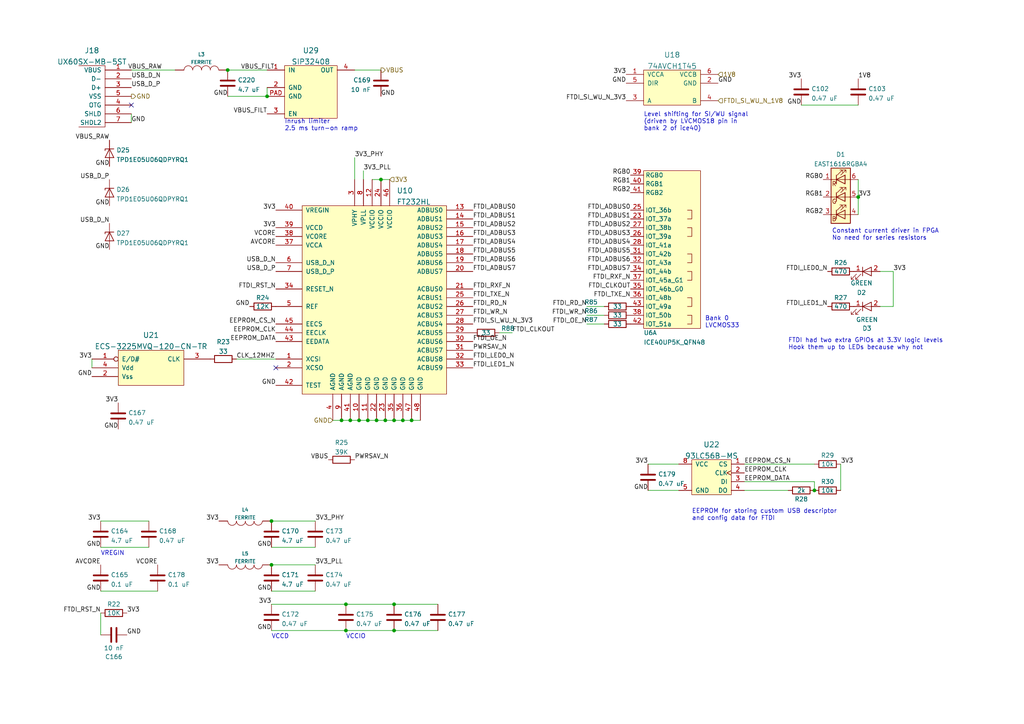
<source format=kicad_sch>
(kicad_sch (version 20211123) (generator eeschema)
  (paper "A4")
  (title_block (title "Digitizer board") (date "2023-01-31") (rev "0.1") (company "A. Zonenberg"))
  (lib_symbols
    (symbol "device:C" (pin_numbers hide) (pin_names (offset 0.254))
      (property "Reference" "C" (at 0.635 2.54 0))
      (property "Value" "C" (at 0.635 -2.54 0))
      (symbol "C_0_1"
        (polyline (pts (xy -2.032 -0.762) (xy 2.032 -0.762)) (stroke (width 0.508)))
        (polyline (pts (xy -2.032 0.762) (xy 2.032 0.762)) (stroke (width 0.508)))
      )
      (symbol "C_1_1"
        (pin passive line (at 0 3.81 270) (length 2.794) (name "~") (number "1"))
        (pin passive line (at 0 -3.81 90) (length 2.794) (name "~") (number "2"))
      )
    )
    (symbol "device:D_Zener" (pin_numbers hide) (pin_names (offset 1.016) hide)
      (property "Reference" "D" (at 0 2.54 0))
      (property "Value" "D_Zener" (at 0 -2.54 0))
      (symbol "D_Zener_0_1"
        (polyline (pts (xy 1.27 0) (xy -1.27 0)))
        (polyline (pts (xy -1.27 -1.27) (xy -1.27 1.27) (xy -0.762 1.27)) (stroke (width 0.2032)))
        (polyline (pts (xy 1.27 -1.27) (xy 1.27 1.27) (xy -1.27 0) (xy 1.27 -1.27)) (stroke (width 0.2032)))
      )
      (symbol "D_Zener_1_1"
        (pin passive line (at -3.81 0 0) (length 2.54) (name "K") (number "1"))
        (pin passive line (at 3.81 0 180) (length 2.54) (name "A") (number "2"))
      )
    )
    (symbol "device:LED" (pin_names (offset 1.016) hide)
      (property "Reference" "D" (at 0 2.54 0))
      (property "Value" "LED" (at 0 -2.54 0))
      (symbol "LED_0_1"
        (polyline (pts (xy -1.27 -1.27) (xy -1.27 1.27)) (stroke (width 0.2032)))
        (polyline (pts (xy -1.27 0) (xy 1.27 0)))
        (polyline (pts (xy 1.27 -1.27) (xy 1.27 1.27) (xy -1.27 0) (xy 1.27 -1.27)) (stroke (width 0.2032)))
        (polyline (pts (xy -3.048 -0.762) (xy -4.572 -2.286) (xy -3.81 -2.286) (xy -4.572 -2.286) (xy -4.572 -1.524)))
        (polyline (pts (xy -1.778 -0.762) (xy -3.302 -2.286) (xy -2.54 -2.286) (xy -3.302 -2.286) (xy -3.302 -1.524)))
      )
      (symbol "LED_1_1"
        (pin passive line (at -3.81 0 0) (length 2.54) (name "K") (number "1"))
        (pin passive line (at 3.81 0 180) (length 2.54) (name "A") (number "2"))
      )
    )
    (symbol "device:LED_RGB" (pin_names (offset 0) hide)
      (property "Reference" "D" (at 0 9.398 0))
      (property "Value" "LED_RGB" (at 0 -8.89 0))
      (symbol "LED_RGB_0_0"
        (text "B" (at -1.905 -6.35 0) (effects (font (size 1.27 1.27))))
        (text "G" (at -1.905 -1.27 0) (effects (font (size 1.27 1.27))))
        (text "R" (at -1.905 3.81 0) (effects (font (size 1.27 1.27))))
      )
      (symbol "LED_RGB_0_1"
        (polyline (pts (xy -1.27 -5.08) (xy -2.54 -5.08)))
        (polyline (pts (xy -1.27 -5.08) (xy 1.27 -5.08)))
        (polyline (pts (xy -1.27 -3.81) (xy -1.27 -6.35)))
        (polyline (pts (xy -1.27 -3.81) (xy -1.27 -6.35)) (stroke (width 0.2032)))
        (polyline (pts (xy -1.27 0) (xy -2.54 0)))
        (polyline (pts (xy -1.27 1.27) (xy -1.27 -1.27)) (stroke (width 0.2032)))
        (polyline (pts (xy -1.27 5.08) (xy -2.54 5.08)))
        (polyline (pts (xy -1.27 5.08) (xy 1.27 5.08)))
        (polyline (pts (xy -1.27 6.35) (xy -1.27 3.81)) (stroke (width 0.2032)))
        (polyline (pts (xy 1.27 -5.08) (xy 2.54 -5.08)))
        (polyline (pts (xy 1.27 0) (xy -1.27 0)))
        (polyline (pts (xy 1.27 0) (xy 2.54 0)))
        (polyline (pts (xy 1.27 5.08) (xy 2.54 5.08)))
        (polyline (pts (xy -1.27 1.27) (xy -1.27 -1.27) (xy -1.27 -1.27)))
        (polyline (pts (xy -1.27 6.35) (xy -1.27 3.81) (xy -1.27 3.81)))
        (polyline (pts (xy 1.27 -3.81) (xy 1.27 -6.35) (xy -1.27 -5.08) (xy 1.27 -3.81)) (stroke (width 0.2032)))
        (polyline (pts (xy 1.27 1.27) (xy 1.27 -1.27) (xy -1.27 0) (xy 1.27 1.27)) (stroke (width 0.2032)))
        (polyline (pts (xy 1.27 6.35) (xy 1.27 3.81) (xy -1.27 5.08) (xy 1.27 6.35)) (stroke (width 0.2032)))
        (polyline (pts (xy -1.016 -3.81) (xy 0.508 -2.286) (xy -0.254 -2.286) (xy 0.508 -2.286) (xy 0.508 -3.048)))
        (polyline (pts (xy -1.016 1.27) (xy 0.508 2.794) (xy -0.254 2.794) (xy 0.508 2.794) (xy 0.508 2.032)))
        (polyline (pts (xy -1.016 6.35) (xy 0.508 7.874) (xy -0.254 7.874) (xy 0.508 7.874) (xy 0.508 7.112)))
        (polyline (pts (xy 0 -3.81) (xy 1.524 -2.286) (xy 0.762 -2.286) (xy 1.524 -2.286) (xy 1.524 -3.048)))
        (polyline (pts (xy 0 1.27) (xy 1.524 2.794) (xy 0.762 2.794) (xy 1.524 2.794) (xy 1.524 2.032)))
        (polyline (pts (xy 0 6.35) (xy 1.524 7.874) (xy 0.762 7.874) (xy 1.524 7.874) (xy 1.524 7.112)))
        (rectangle (start 1.27 -1.27) (end 1.27 1.27))
        (rectangle (start 1.27 1.27) (end 1.27 1.27))
        (rectangle (start 1.27 3.81) (end 1.27 6.35))
        (rectangle (start 1.27 6.35) (end 1.27 6.35))
        (rectangle (start 2.794 8.382) (end -2.794 -7.62) (stroke (width 0.254)) (fill (type background)))
      )
      (symbol "LED_RGB_1_1"
        (pin passive line (at -5.08 5.08 0) (length 2.54) (name "RK") (number "1"))
        (pin passive line (at -5.08 0 0) (length 2.54) (name "GK") (number "2"))
        (pin passive line (at -5.08 -5.08 0) (length 2.54) (name "BK") (number "3"))
        (pin passive line (at 5.08 -5.08 180) (length 2.54) (name "BA") (number "4"))
        (pin passive line (at 5.08 0 180) (length 2.54) (name "GA") (number "5"))
        (pin passive line (at 5.08 5.08 180) (length 2.54) (name "RA") (number "6"))
      )
    )
    (symbol "device:R" (pin_numbers hide) (pin_names (offset 0))
      (property "Reference" "R" (at 2.032 0 90))
      (property "Value" "R" (at 0 0 90))
      (symbol "R_0_1"
        (rectangle (start -1.016 -2.54) (end 1.016 2.54) (stroke (width 0.254)))
      )
      (symbol "R_1_1"
        (pin passive line (at 0 3.81 270) (length 1.27) (name "~") (number "1"))
        (pin passive line (at 0 -3.81 90) (length 1.27) (name "~") (number "2"))
      )
    )
    (symbol "hirose-azonenberg:HIROSE_UX60SX-MB-5ST_(MINI_USB)" (pin_names (offset 1.016))
      (property "Reference" "J" (at 12.7 25.4 0))
      (property "Value" "HIROSE_UX60SX-MB-5ST_(MINI_USB)" (at 12.7 3.81 0))
      (symbol "HIROSE_UX60SX-MB-5ST_(MINI_USB)_0_1"
        (polyline (pts (xy 16.51 22.86) (xy 8.89 22.86) (xy 8.89 5.08) (xy 16.51 5.08)))
      )
      (symbol "HIROSE_UX60SX-MB-5ST_(MINI_USB)_1_1"
        (pin power_out line (at 1.27 21.59 0) (length 7.62) (name "VBUS") (number "1"))
        (pin bidirectional line (at 1.27 19.05 0) (length 7.62) (name "D-") (number "2"))
        (pin bidirectional line (at 1.27 16.51 0) (length 7.62) (name "D+") (number "3"))
        (pin bidirectional line (at 1.27 11.43 0) (length 7.62) (name "OTG") (number "4"))
        (pin power_out line (at 1.27 13.97 0) (length 7.62) (name "VSS") (number "5"))
        (pin passive line (at 1.27 8.89 0) (length 7.62) (name "SHLD") (number "6"))
        (pin passive line (at 1.27 6.35 0) (length 7.62) (name "SHDL2") (number "7"))
      )
    )
    (symbol "lattice-azonenberg:ICE40UP5K_QFN48"
      (property "Reference" "U" (at 1.27 -1.27 0))
      (property "Value" "ICE40UP5K_QFN48" (at 8.89 -3.81 0))
      (symbol "ICE40UP5K_QFN48_1_0"
        (polyline (pts (xy 12.7 3.81) (xy 13.97 3.81) (xy 13.97 1.27) (xy 12.7 1.27)) (stroke (width 0.1524)))
        (polyline (pts (xy 12.7 8.89) (xy 13.97 8.89) (xy 13.97 6.35) (xy 12.7 6.35)) (stroke (width 0.1524)))
        (polyline (pts (xy 12.7 16.51) (xy 13.97 16.51) (xy 13.97 13.97) (xy 12.7 13.97)) (stroke (width 0.1524)))
        (polyline (pts (xy 12.7 19.05) (xy 13.97 19.05) (xy 13.97 21.59) (xy 12.7 21.59)) (stroke (width 0.1524)))
        (polyline (pts (xy 12.7 29.21) (xy 13.97 29.21) (xy 13.97 26.67) (xy 12.7 26.67)) (stroke (width 0.1524)))
        (polyline (pts (xy 12.7 34.29) (xy 13.97 34.29) (xy 13.97 31.75) (xy 12.7 31.75)) (stroke (width 0.1524)))
        (rectangle (start 0 45.72) (end 16.51 0) (stroke (width 0.1524)) (fill (type background)))
      )
      (symbol "ICE40UP5K_QFN48_1_1"
        (pin bidirectional line (at -3.81 31.75 0) (length 3.81) (name "IOT_37a") (number "23"))
        (pin bidirectional line (at -3.81 34.29 0) (length 3.81) (name "IOT_36b") (number "25"))
        (pin bidirectional line (at -3.81 26.67 0) (length 3.81) (name "IOT_39a") (number "26"))
        (pin bidirectional line (at -3.81 29.21 0) (length 3.81) (name "IOT_38b") (number "27"))
        (pin bidirectional line (at -3.81 24.13 0) (length 3.81) (name "IOT_41a") (number "28"))
        (pin bidirectional line (at -3.81 21.59 0) (length 3.81) (name "IOT_42b") (number "31"))
        (pin bidirectional line (at -3.81 19.05 0) (length 3.81) (name "IOT_43a") (number "32"))
        (pin bidirectional line (at -3.81 16.51 0) (length 3.81) (name "IOT_44b") (number "34"))
        (pin bidirectional line (at -3.81 11.43 0) (length 3.81) (name "IOT_46b_G0") (number "35"))
        (pin bidirectional line (at -3.81 8.89 0) (length 3.81) (name "IOT_48b") (number "36"))
        (pin bidirectional line (at -3.81 13.97 0) (length 3.81) (name "IOT_45a_G1") (number "37"))
        (pin bidirectional line (at -3.81 3.81 0) (length 3.81) (name "IOT_50b") (number "38"))
        (pin output line (at -3.81 44.45 0) (length 3.81) (name "RGB0") (number "39"))
        (pin output line (at -3.81 41.91 0) (length 3.81) (name "RGB1") (number "40"))
        (pin output line (at -3.81 39.37 0) (length 3.81) (name "RGB2") (number "41"))
        (pin bidirectional line (at -3.81 1.27 0) (length 3.81) (name "IOT_51a") (number "42"))
        (pin bidirectional line (at -3.81 6.35 0) (length 3.81) (name "IOT_49a") (number "43"))
      )
      (symbol "ICE40UP5K_QFN48_2_0"
        (polyline (pts (xy 12.7 8.89) (xy 13.97 8.89) (xy 13.97 6.35) (xy 12.7 6.35)) (stroke (width 0.1524)))
        (polyline (pts (xy 12.7 13.97) (xy 13.97 13.97) (xy 13.97 11.43) (xy 12.7 11.43)) (stroke (width 0.1524)))
        (rectangle (start 0 43.18) (end 19.05 0) (stroke (width 0.1524)) (fill (type background)))
      )
      (symbol "ICE40UP5K_QFN48_2_1"
        (pin bidirectional line (at -3.81 19.05 0) (length 3.81) (name "IOB_18a") (number "10"))
        (pin bidirectional line (at -3.81 16.51 0) (length 3.81) (name "IOB_20a") (number "11"))
        (pin bidirectional line (at -3.81 13.97 0) (length 3.81) (name "IOB_22a") (number "12"))
        (pin bidirectional line (at -3.81 8.89 0) (length 3.81) (name "IOB_24a") (number "13"))
        (pin bidirectional line (at -3.81 36.83 0) (length 3.81) (name "IOB_32a_SPI_SO") (number "14"))
        (pin bidirectional line (at -3.81 31.75 0) (length 3.81) (name "IOB_34a_SPI_SCK") (number "15"))
        (pin bidirectional line (at -3.81 29.21 0) (length 3.81) (name "IOB_35b_SPI_SS") (number "16"))
        (pin bidirectional line (at -3.81 34.29 0) (length 3.81) (name "IOB_33b_SPI_SI") (number "17"))
        (pin bidirectional line (at -3.81 1.27 0) (length 3.81) (name "IOB_31b") (number "18"))
        (pin bidirectional line (at -3.81 3.81 0) (length 3.81) (name "IOB_29b") (number "19"))
        (pin bidirectional line (at -3.81 6.35 0) (length 3.81) (name "IOB_25b_G3") (number "20"))
        (pin bidirectional line (at -3.81 11.43 0) (length 3.81) (name "IOB_23b") (number "21"))
        (pin bidirectional line (at -3.81 24.13 0) (length 3.81) (name "IOB_13b") (number "6"))
        (pin output line (at -3.81 39.37 0) (length 3.81) (name "CDONE") (number "7"))
        (pin input line (at -3.81 41.91 0) (length 3.81) (name "CRESET_B") (number "8"))
        (pin bidirectional line (at -3.81 21.59 0) (length 3.81) (name "IOB_16a") (number "9"))
      )
      (symbol "ICE40UP5K_QFN48_3_0"
        (polyline (pts (xy 11.43 3.81) (xy 12.7 3.81) (xy 12.7 1.27) (xy 11.43 1.27)) (stroke (width 0.1524)))
        (polyline (pts (xy 11.43 11.43) (xy 12.7 11.43) (xy 12.7 8.89) (xy 11.43 8.89)) (stroke (width 0.1524)))
        (polyline (pts (xy 11.43 16.51) (xy 12.7 16.51) (xy 12.7 13.97) (xy 11.43 13.97)) (stroke (width 0.1524)))
        (rectangle (start 0 20.32) (end 15.24 0) (stroke (width 0.1524)) (fill (type background)))
      )
      (symbol "ICE40UP5K_QFN48_3_1"
        (pin bidirectional line (at -3.81 6.35 0) (length 3.81) (name "IOB_6a") (number "2"))
        (pin bidirectional line (at -3.81 1.27 0) (length 3.81) (name "IOB_9b") (number "3"))
        (pin bidirectional line (at -3.81 3.81 0) (length 3.81) (name "IOB_8a") (number "4"))
        (pin bidirectional line (at -3.81 13.97 0) (length 3.81) (name "IOB_3b_G6") (number "44"))
        (pin bidirectional line (at -3.81 8.89 0) (length 3.81) (name "IOB_5b") (number "45"))
        (pin bidirectional line (at -3.81 19.05 0) (length 3.81) (name "IOB_0a") (number "46"))
        (pin bidirectional line (at -3.81 16.51 0) (length 3.81) (name "IOB_2a") (number "47"))
        (pin bidirectional line (at -3.81 11.43 0) (length 3.81) (name "IOB_4a") (number "48"))
      )
      (symbol "ICE40UP5K_QFN48_4_0"
        (rectangle (start 0 20.32) (end 11.43 0) (stroke (width 0.1524)) (fill (type background)))
      )
      (symbol "ICE40UP5K_QFN48_4_1"
        (pin power_in line (at -3.81 8.89 0) (length 3.81) (name "VCCIO_2") (number "1"))
        (pin power_in line (at -3.81 11.43 0) (length 3.81) (name "VCCIO_1") (number "22"))
        (pin power_in line (at -3.81 6.35 0) (length 3.81) (name "VPP_2V5") (number "24"))
        (pin power_in line (at -3.81 3.81 0) (length 3.81) (name "VCCPLL") (number "29"))
        (pin power_in line (at -3.81 16.51 0) (length 3.81) (name "VCC") (number "30"))
        (pin power_in line (at -3.81 13.97 0) (length 3.81) (name "VCCIO_0") (number "33"))
        (pin power_in line (at -3.81 19.05 0) (length 3.81) (name "VCC") (number "5"))
        (pin power_in line (at -3.81 1.27 0) (length 3.81) (name "GND") (number "PAD"))
      )
    )
    (symbol "memory-azonenberg:93LC56B-MS" (pin_names (offset 1.016))
      (property "Reference" "U" (at 6.35 -1.27 0))
      (property "Value" "93LC56B-MS" (at 6.35 -3.81 0))
      (symbol "93LC56B-MS_0_1"
        (rectangle (start 0 10.16) (end 11.43 0) (fill (type background)))
      )
      (symbol "93LC56B-MS_1_1"
        (pin input line (at 15.24 8.89 180) (length 3.81) (name "CS") (number "1"))
        (pin input clock (at 15.24 6.35 180) (length 3.81) (name "CLK") (number "2"))
        (pin input line (at 15.24 3.81 180) (length 3.81) (name "DI") (number "3"))
        (pin output line (at 15.24 1.27 180) (length 3.81) (name "DO") (number "4"))
        (pin power_in line (at -3.81 1.27 0) (length 3.81) (name "GND") (number "5"))
        (pin power_in line (at -3.81 8.89 0) (length 3.81) (name "VCC") (number "8"))
      )
    )
    (symbol "osc-azonenberg:OSC" (pin_names (offset 1.016))
      (property "Reference" "U" (at 0 0 0))
      (property "Value" "OSC" (at 0 -2.54 0))
      (symbol "OSC_0_1"
        (rectangle (start -10.16 2.54) (end 8.89 -7.62) (fill (type background)))
      )
      (symbol "OSC_1_1"
        (pin input inverted (at -17.78 0 0) (length 7.62) (name "E/D#") (number "1"))
        (pin input line (at -17.78 -5.08 0) (length 7.62) (name "Vss") (number "2"))
        (pin output line (at 16.51 0 180) (length 7.62) (name "CLK") (number "3"))
        (pin power_in line (at -17.78 -2.54 0) (length 7.62) (name "Vdd") (number "4"))
      )
    )
    (symbol "passive-azonenberg:INDUCTOR_PWROUT" (pin_numbers hide) (pin_names (offset 1.016) hide)
      (property "Reference" "L" (at -1.27 0 90))
      (property "Value" "INDUCTOR_PWROUT" (at 2.54 0 90))
      (symbol "INDUCTOR_PWROUT_0_1"
        (arc (start 0.0254 -5.0546) (mid 1.245 -3.7973) (end 0.0254 -2.54))
        (arc (start 0.0254 -2.5146) (mid 1.2704 -1.2319) (end 0.0254 0.0508))
        (arc (start 0.0254 0.0254) (mid 1.2704 1.3081) (end 0.0254 2.5908))
        (arc (start 0.0254 2.5654) (mid 1.1942 3.7719) (end 0.0254 4.9784))
      )
      (symbol "INDUCTOR_PWROUT_1_1"
        (pin power_out line (at 0 7.62 270) (length 2.54) (name "1") (number "1"))
        (pin passive line (at 0 -7.62 90) (length 2.54) (name "2") (number "2"))
      )
    )
    (symbol "power-azonenberg:SIP32408" (pin_names (offset 1.016))
      (property "Reference" "U" (at 0 -1.27 0))
      (property "Value" "SIP32408" (at 0 -3.81 0))
      (symbol "SIP32408_0_1"
        (rectangle (start 0 15.24) (end 15.24 0) (fill (type background)))
      )
      (symbol "SIP32408_1_1"
        (pin power_in line (at -5.08 13.97 0) (length 5.08) (name "IN") (number "1"))
        (pin power_in line (at -5.08 8.89 0) (length 5.08) (name "GND") (number "2"))
        (pin input line (at -5.08 1.27 0) (length 5.08) (name "EN") (number "3"))
        (pin power_out line (at 20.32 13.97 180) (length 5.08) (name "OUT") (number "4"))
        (pin power_in line (at -5.08 6.35 0) (length 5.08) (name "GND") (number "PAD"))
      )
    )
    (symbol "special-azonenberg:74LVC1T45" (pin_names (offset 1.016))
      (property "Reference" "U" (at 0 -1.27 0))
      (property "Value" "74LVC1T45" (at 17.78 -1.27 0))
      (symbol "74LVC1T45_0_1"
        (rectangle (start 0 10.16) (end 16.51 0) (fill (type background)))
      )
      (symbol "74LVC1T45_1_1"
        (pin power_in line (at -5.08 8.89 0) (length 5.08) (name "VCCA") (number "1"))
        (pin power_in line (at 21.59 6.35 180) (length 5.08) (name "GND") (number "2"))
        (pin bidirectional line (at -5.08 1.27 0) (length 5.08) (name "A") (number "3"))
        (pin bidirectional line (at 21.59 1.27 180) (length 5.08) (name "B") (number "4"))
        (pin input line (at -5.08 6.35 0) (length 5.08) (name "DIR") (number "5"))
        (pin power_in line (at 21.59 8.89 180) (length 5.08) (name "VCCB") (number "6"))
      )
    )
    (symbol "special-azonenberg:FT232H" (pin_names (offset 1.016))
      (property "Reference" "U" (at -1.27 -1.27 0))
      (property "Value" "FT232H" (at -1.27 1.27 0))
      (symbol "FT232H_0_1"
        (rectangle (start -21.59 26.67) (end 20.32 -27.94) (fill (type background)))
      )
      (symbol "FT232H_1_1"
        (pin bidirectional line (at -29.21 -17.78 0) (length 7.62) (name "XCSI") (number "1"))
        (pin power_in line (at -5.08 -35.56 90) (length 7.62) (name "GND") (number "10"))
        (pin power_in line (at -2.54 -35.56 90) (length 7.62) (name "GND") (number "11"))
        (pin power_in line (at -1.27 34.29 270) (length 7.62) (name "VCCIO") (number "12"))
        (pin bidirectional line (at 27.94 25.4 180) (length 7.62) (name "ADBUS0") (number "13"))
        (pin bidirectional line (at 27.94 22.86 180) (length 7.62) (name "ADBUS1") (number "14"))
        (pin bidirectional line (at 27.94 20.32 180) (length 7.62) (name "ADBUS2") (number "15"))
        (pin bidirectional line (at 27.94 17.78 180) (length 7.62) (name "ADBUS3") (number "16"))
        (pin bidirectional line (at 27.94 15.24 180) (length 7.62) (name "ADBUS4") (number "17"))
        (pin bidirectional line (at 27.94 12.7 180) (length 7.62) (name "ADBUS5") (number "18"))
        (pin bidirectional line (at 27.94 10.16 180) (length 7.62) (name "ADBUS6") (number "19"))
        (pin bidirectional line (at -29.21 -20.32 0) (length 7.62) (name "XCSO") (number "2"))
        (pin bidirectional line (at 27.94 7.62 180) (length 7.62) (name "ADBUS7") (number "20"))
        (pin bidirectional line (at 27.94 2.54 180) (length 7.62) (name "ACBUS0") (number "21"))
        (pin power_in line (at 0 -35.56 90) (length 7.62) (name "GND") (number "22"))
        (pin power_in line (at 2.54 -35.56 90) (length 7.62) (name "GND") (number "23"))
        (pin power_in line (at 1.27 34.29 270) (length 7.62) (name "VCCIO") (number "24"))
        (pin bidirectional line (at 27.94 0 180) (length 7.62) (name "ACBUS1") (number "25"))
        (pin bidirectional line (at 27.94 -2.54 180) (length 7.62) (name "ACBUS2") (number "26"))
        (pin bidirectional line (at 27.94 -5.08 180) (length 7.62) (name "ACBUS3") (number "27"))
        (pin bidirectional line (at 27.94 -7.62 180) (length 7.62) (name "ACBUS4") (number "28"))
        (pin bidirectional line (at 27.94 -10.16 180) (length 7.62) (name "ACBUS5") (number "29"))
        (pin power_in line (at -6.35 34.29 270) (length 7.62) (name "VPHY") (number "3"))
        (pin bidirectional line (at 27.94 -12.7 180) (length 7.62) (name "ACBUS6") (number "30"))
        (pin bidirectional line (at 27.94 -15.24 180) (length 7.62) (name "ACBUS7") (number "31"))
        (pin bidirectional line (at 27.94 -17.78 180) (length 7.62) (name "ACBUS8") (number "32"))
        (pin bidirectional line (at 27.94 -20.32 180) (length 7.62) (name "ACBUS9") (number "33"))
        (pin input line (at -29.21 2.54 0) (length 7.62) (name "RESET_N") (number "34"))
        (pin power_in line (at 5.08 -35.56 90) (length 7.62) (name "GND") (number "35"))
        (pin power_in line (at 7.62 -35.56 90) (length 7.62) (name "GND") (number "36"))
        (pin power_out line (at -29.21 15.24 0) (length 7.62) (name "VCCA") (number "37"))
        (pin power_out line (at -29.21 17.78 0) (length 7.62) (name "VCORE") (number "38"))
        (pin passive line (at -29.21 20.32 0) (length 7.62) (name "VCCD") (number "39"))
        (pin power_in line (at -12.7 -35.56 90) (length 7.62) (name "AGND") (number "4"))
        (pin power_in line (at -29.21 25.4 0) (length 7.62) (name "VREGIN") (number "40"))
        (pin power_in line (at -7.62 -35.56 90) (length 7.62) (name "AGND") (number "41"))
        (pin input line (at -29.21 -25.4 0) (length 7.62) (name "TEST") (number "42"))
        (pin bidirectional line (at -29.21 -12.7 0) (length 7.62) (name "EEDATA") (number "43"))
        (pin output line (at -29.21 -10.16 0) (length 7.62) (name "EECLK") (number "44"))
        (pin output line (at -29.21 -7.62 0) (length 7.62) (name "EECS") (number "45"))
        (pin power_in line (at 3.81 34.29 270) (length 7.62) (name "VCCIO") (number "46"))
        (pin power_in line (at 10.16 -35.56 90) (length 7.62) (name "GND") (number "47"))
        (pin power_in line (at 12.7 -35.56 90) (length 7.62) (name "GND") (number "48"))
        (pin input line (at -29.21 -2.54 0) (length 7.62) (name "REF") (number "5"))
        (pin bidirectional line (at -29.21 10.16 0) (length 7.62) (name "USB_D_N") (number "6"))
        (pin bidirectional line (at -29.21 7.62 0) (length 7.62) (name "USB_D_P") (number "7"))
        (pin power_in line (at -3.81 34.29 270) (length 7.62) (name "VPLL") (number "8"))
        (pin power_in line (at -10.16 -35.56 90) (length 7.62) (name "AGND") (number "9"))
      )
    )
  )
  (junction (at 236.22 142.24))
  (junction (at 114.3 175.26))
  (junction (at 248.92 57.15))
  (junction (at 66.04 20.32))
  (junction (at 111.76 121.92))
  (junction (at 106.68 121.92))
  (junction (at 110.49 52.07))
  (junction (at 100.33 175.26))
  (junction (at 101.6 121.92))
  (junction (at 99.06 121.92))
  (junction (at 119.38 121.92))
  (junction (at 109.22 121.92))
  (junction (at 78.74 163.83))
  (junction (at 104.14 121.92))
  (junction (at 116.84 121.92))
  (junction (at 100.33 182.88))
  (junction (at 114.3 121.92))
  (junction (at 77.47 27.94))
  (junction (at 114.3 182.88))
  (junction (at 78.74 151.13))
  (no_connect (at 38.1 30.48))
  (no_connect (at 80.01 106.68))
  (wire (pts (xy 236.22 139.7) (xy 236.22 142.24)))
  (wire (pts (xy 144.78 96.52) (xy 148.59 96.52)))
  (wire (pts (xy 110.49 52.07) (xy 113.03 52.07)))
  (wire (pts (xy 102.87 45.72) (xy 102.87 52.07)))
  (wire (pts (xy 96.52 121.92) (xy 99.06 121.92)))
  (wire (pts (xy 243.84 134.62) (xy 243.84 142.24)))
  (wire (pts (xy 259.08 78.74) (xy 259.08 88.9)))
  (wire (pts (xy 116.84 121.92) (xy 119.38 121.92)))
  (wire (pts (xy 109.22 121.92) (xy 111.76 121.92)))
  (wire (pts (xy 105.41 49.53) (xy 105.41 52.07)))
  (wire (pts (xy 119.38 121.92) (xy 121.92 121.92)))
  (wire (pts (xy 114.3 175.26) (xy 127 175.26)))
  (wire (pts (xy 78.74 182.88) (xy 100.33 182.88)))
  (wire (pts (xy 68.58 104.14) (xy 80.01 104.14)))
  (wire (pts (xy 114.3 182.88) (xy 127 182.88)))
  (wire (pts (xy 248.92 57.15) (xy 248.92 62.23)))
  (wire (pts (xy 78.74 151.13) (xy 91.44 151.13)))
  (wire (pts (xy 215.9 134.62) (xy 236.22 134.62)))
  (wire (pts (xy 259.08 88.9) (xy 255.27 88.9)))
  (wire (pts (xy 107.95 52.07) (xy 110.49 52.07)))
  (wire (pts (xy 29.21 177.8) (xy 29.21 184.15)))
  (wire (pts (xy 232.41 30.48) (xy 248.92 30.48)))
  (wire (pts (xy 100.33 175.26) (xy 114.3 175.26)))
  (wire (pts (xy 29.21 158.75) (xy 43.18 158.75)))
  (wire (pts (xy 215.9 139.7) (xy 236.22 139.7)))
  (wire (pts (xy 187.96 142.24) (xy 196.85 142.24)))
  (wire (pts (xy 78.74 171.45) (xy 91.44 171.45)))
  (wire (pts (xy 102.87 20.32) (xy 110.49 20.32)))
  (wire (pts (xy 170.18 88.9) (xy 175.26 88.9)))
  (wire (pts (xy 215.9 142.24) (xy 228.6 142.24)))
  (wire (pts (xy 111.76 121.92) (xy 114.3 121.92)))
  (wire (pts (xy 248.92 52.07) (xy 248.92 57.15)))
  (wire (pts (xy 104.14 121.92) (xy 106.68 121.92)))
  (wire (pts (xy 255.27 78.74) (xy 259.08 78.74)))
  (wire (pts (xy 99.06 121.92) (xy 101.6 121.92)))
  (wire (pts (xy 66.04 20.32) (xy 77.47 20.32)))
  (wire (pts (xy 100.33 182.88) (xy 114.3 182.88)))
  (wire (pts (xy 101.6 121.92) (xy 104.14 121.92)))
  (wire (pts (xy 77.47 27.94) (xy 77.47 25.4)))
  (wire (pts (xy 170.18 91.44) (xy 175.26 91.44)))
  (wire (pts (xy 187.96 134.62) (xy 196.85 134.62)))
  (wire (pts (xy 78.74 158.75) (xy 91.44 158.75)))
  (wire (pts (xy 170.18 93.98) (xy 175.26 93.98)))
  (wire (pts (xy 66.04 27.94) (xy 77.47 27.94)))
  (wire (pts (xy 78.74 175.26) (xy 100.33 175.26)))
  (wire (pts (xy 38.1 33.02) (xy 38.1 35.56)))
  (wire (pts (xy 106.68 121.92) (xy 109.22 121.92)))
  (wire (pts (xy 50.8 20.32) (xy 38.1 20.32)))
  (wire (pts (xy 29.21 151.13) (xy 43.18 151.13)))
  (wire (pts (xy 78.74 163.83) (xy 91.44 163.83)))
  (wire (pts (xy 26.67 104.14) (xy 26.67 106.68)))
  (wire (pts (xy 29.21 171.45) (xy 45.72 171.45)))
  (wire (pts (xy 114.3 121.92) (xy 116.84 121.92)))
  (text "EEPROM for storing custom USB descriptor\nand config data for FTDI" (at 200.66 151.13 0) (effects (font (size 1.27 1.27)) (justify left bottom)))
  (text "VREGIN" (at 29.21 161.29 0) (effects (font (size 1.27 1.27)) (justify left bottom)))
  (text "Inrush limiter\n2.5 ms turn-on ramp" (at 82.55 38.1 0) (effects (font (size 1.27 1.27)) (justify left bottom)))
  (text "FTDI had two extra GPIOs at 3.3V logic levels\nHook them up to LEDs because why not" (at 228.6 101.6 0) (effects (font (size 1.27 1.27)) (justify left bottom)))
  (text "Level shifting for SI/WU signal\n(driven by LVCMOS18 pin in\nbank 2 of ice40)" (at 186.69 38.1 0) (effects (font (size 1.27 1.27)) (justify left bottom)))
  (text "VCCIO" (at 100.33 185.42 0) (effects (font (size 1.27 1.27)) (justify left bottom)))
  (text "Bank 0\nLVCMOS33" (at 204.47 95.25 0) (effects (font (size 1.27 1.27)) (justify left bottom)))
  (text "VCCD" (at 78.74 185.42 0) (effects (font (size 1.27 1.27)) (justify left bottom)))
  (text "Constant current driver in FPGA\nNo need for series resistors" (at 241.3 69.85 0) (effects (font (size 1.27 1.27)) (justify left bottom)))
  (label "3V3" (at 26.67 104.14 180))
  (label "RGB0" (at 182.88 50.8 180))
  (label "3V3" (at 187.96 134.62 180))
  (label "GND" (at 66.04 27.94 180))
  (label "RGB1" (at 238.76 57.15 180))
  (label "CLK_12MHZ" (at 68.58 104.14 0))
  (label "FTDI_RD_N" (at 170.18 88.9 180))
  (label "FTDI_SI_WU_N_3V3" (at 181.61 29.21 180))
  (label "FTDI_CLKOUT" (at 148.59 96.52 0))
  (label "FTDI_ADBUS6" (at 182.88 76.2 180))
  (label "FTDI_WR_N" (at 137.16 91.44 0))
  (label "GND" (at 232.41 30.48 180))
  (label "FTDI_WR_N" (at 170.18 91.44 180))
  (label "VBUS_FILT" (at 69.85 20.32 0))
  (label "FTDI_TXE_N" (at 182.88 86.36 180))
  (label "FTDI_ADBUS0" (at 182.88 60.96 180))
  (label "AVCORE" (at 80.01 71.12 180))
  (label "3V3_PHY" (at 102.87 45.72 0))
  (label "FTDI_LED0_N" (at 240.03 78.74 180))
  (label "FTDI_ADBUS6" (at 137.16 76.2 0))
  (label "FTDI_RXF_N" (at 182.88 81.28 180))
  (label "3V3" (at 80.01 66.04 180))
  (label "FTDI_ADBUS5" (at 137.16 73.66 0))
  (label "3V3" (at 63.5 163.83 180))
  (label "GND" (at 34.29 124.46 180))
  (label "FTDI_SI_WU_N_3V3" (at 137.16 93.98 0))
  (label "VBUS_RAW" (at 46.99 20.32 180))
  (label "VBUS_FILT" (at 77.47 33.02 180))
  (label "EEPROM_CS_N" (at 80.01 93.98 180))
  (label "GND" (at 78.74 182.88 180))
  (label "3V3_PLL" (at 105.41 49.53 0))
  (label "VCORE" (at 45.72 163.83 180))
  (label "USB_D_P" (at 31.75 52.07 180))
  (label "FTDI_ADBUS3" (at 182.88 68.58 180))
  (label "GND" (at 31.75 59.69 180))
  (label "FTDI_ADBUS7" (at 182.88 78.74 180))
  (label "EEPROM_CS_N" (at 215.9 134.62 0))
  (label "GND" (at 80.01 111.76 180))
  (label "3V3" (at 259.08 78.74 0))
  (label "3V3" (at 78.74 175.26 180))
  (label "FTDI_LED1_N" (at 240.03 88.9 180))
  (label "FTDI_ADBUS0" (at 137.16 60.96 0))
  (label "FTDI_RST_N" (at 29.21 177.8 180))
  (label "VCORE" (at 80.01 68.58 180))
  (label "GND" (at 181.61 24.13 180))
  (label "EEPROM_DATA" (at 215.9 139.7 0))
  (label "EEPROM_CLK" (at 215.9 137.16 0))
  (label "FTDI_ADBUS7" (at 137.16 78.74 0))
  (label "3V3" (at 232.41 22.86 180))
  (label "RGB2" (at 182.88 55.88 180))
  (label "GND" (at 31.75 72.39 180))
  (label "3V3" (at 248.92 57.15 0))
  (label "1V8" (at 248.92 22.86 0))
  (label "USB_D_P" (at 80.01 78.74 180))
  (label "FTDI_ADBUS2" (at 182.88 66.04 180))
  (label "AVCORE" (at 29.21 163.83 180))
  (label "FTDI_ADBUS1" (at 137.16 63.5 0))
  (label "EEPROM_DATA" (at 80.01 99.06 180))
  (label "USB_D_N" (at 31.75 64.77 180))
  (label "PWRSAV_N" (at 137.16 101.6 0))
  (label "FTDI_ADBUS1" (at 182.88 63.5 180))
  (label "GND" (at 78.74 158.75 180))
  (label "3V3" (at 243.84 134.62 0))
  (label "3V3" (at 181.61 21.59 180))
  (label "USB_D_N" (at 38.1 22.86 0))
  (label "GND" (at 72.39 88.9 180))
  (label "GND" (at 187.96 142.24 180))
  (label "USB_D_P" (at 38.1 25.4 0))
  (label "3V3" (at 34.29 116.84 180))
  (label "PWRSAV_N" (at 102.87 133.35 0))
  (label "FTDI_RD_N" (at 137.16 88.9 0))
  (label "FTDI_CLKOUT" (at 182.88 83.82 180))
  (label "USB_D_N" (at 80.01 76.2 180))
  (label "FTDI_ADBUS5" (at 182.88 73.66 180))
  (label "3V3_PLL" (at 91.44 163.83 0))
  (label "FTDI_ADBUS4" (at 182.88 71.12 180))
  (label "EEPROM_CLK" (at 80.01 96.52 180))
  (label "VBUS" (at 95.25 133.35 180))
  (label "FTDI_LED0_N" (at 137.16 104.14 0))
  (label "RGB2" (at 238.76 62.23 180))
  (label "GND" (at 208.28 24.13 0))
  (label "VBUS_RAW" (at 31.75 40.64 180))
  (label "GND" (at 78.74 171.45 180))
  (label "FTDI_TXE_N" (at 137.16 86.36 0))
  (label "FTDI_LED1_N" (at 137.16 106.68 0))
  (label "RGB0" (at 238.76 52.07 180))
  (label "GND" (at 36.83 184.15 0))
  (label "FTDI_RST_N" (at 80.01 83.82 180))
  (label "GND" (at 31.75 48.26 180))
  (label "3V3_PHY" (at 91.44 151.13 0))
  (label "3V3" (at 80.01 60.96 180))
  (label "3V3" (at 36.83 177.8 0))
  (label "FTDI_ADBUS3" (at 137.16 68.58 0))
  (label "GND" (at 110.49 27.94 0))
  (label "3V3" (at 63.5 151.13 180))
  (label "GND" (at 29.21 171.45 180))
  (label "FTDI_RXF_N" (at 137.16 83.82 0))
  (label "GND" (at 26.67 109.22 180))
  (label "3V3" (at 29.21 151.13 180))
  (label "FTDI_ADBUS4" (at 137.16 71.12 0))
  (label "FTDI_OE_N" (at 170.18 93.98 180))
  (label "FTDI_OE_N" (at 137.16 99.06 0))
  (label "GND" (at 38.1 35.56 0))
  (label "GND" (at 29.21 158.75 180))
  (label "FTDI_ADBUS2" (at 137.16 66.04 0))
  (label "RGB1" (at 182.88 53.34 180))
  (hierarchical_label "3V3" (shape input) (at 113.03 52.07 0))
  (hierarchical_label "GND" (shape output) (at 38.1 27.94 0))
  (hierarchical_label "VBUS" (shape output) (at 110.49 20.32 0))
  (hierarchical_label "1V8" (shape input) (at 208.28 21.59 0))
  (hierarchical_label "FTDI_SI_WU_N_1V8" (shape input) (at 208.28 29.21 0))
  (hierarchical_label "GND" (shape input) (at 96.52 121.92 180))
  (symbol (lib_id "device:LED") (at 251.46 78.74 0) (unit 1)
    (property "Reference" "D2" (at 249.8598 84.8655 0))
    (property "Value" "GREEN" (at 249.8598 82.0904 0))
    (property "Footprint" "azonenberg_pcb:EIA_0603_LED" (effects hide))
  )
  (symbol (lib_id "device:C") (at 78.74 179.07 0) (unit 1)
    (property "Reference" "C172" (at 81.661 178.1615 0) (effects (justify left)))
    (property "Value" "0.47 uF" (at 81.661 180.9366 0) (effects (justify left)))
    (property "Footprint" "azonenberg_pcb:EIA_0402_CAP_NOSILK" (effects hide))
  )
  (symbol (lib_id "device:R") (at 64.77 104.14 90) (unit 1)
    (property "Reference" "R23" (at 64.77 99.1575 90))
    (property "Value" "33" (at 64.77 101.9326 90))
    (property "Footprint" "azonenberg_pcb:EIA_0402_RES_NOSILK" (effects hide))
  )
  (symbol (lib_id "memory-azonenberg:93LC56B-MS") (at 200.66 143.51 0) (unit 1)
    (property "Reference" "U22" (at 206.375 128.9461 0) (effects (font (size 1.524 1.524))))
    (property "Value" "93LC56B-MS" (at 206.375 132.2251 0) (effects (font (size 1.524 1.524))))
    (property "Footprint" "azonenberg_pcb:SOP_8_0.5MM_3MM" (effects hide))
  )
  (symbol (lib_id "device:R") (at 179.07 88.9 90) (unit 1)
    (property "Reference" "R85" (at 171.45 87.63 90))
    (property "Value" "33" (at 179.07 88.9 90))
    (property "Footprint" "azonenberg_pcb:EIA_0402_RES_NOSILK" (effects hide))
  )
  (symbol (lib_id "lattice-azonenberg:ICE40UP5K_QFN48") (at 186.69 95.25 0) (unit 1)
    (property "Reference" "U6" (at 186.69 96.52 0) (effects (justify left)))
    (property "Value" "ICE40UP5K_QFN48" (at 186.69 99.2951 0) (effects (justify left)))
    (property "Footprint" "azonenberg_pcb:QFN_48_0.5MM_7x7MM" (effects hide))
  )
  (symbol (lib_id "device:C") (at 187.96 138.43 0) (unit 1)
    (property "Reference" "C179" (at 190.881 137.5215 0) (effects (justify left)))
    (property "Value" "0.47 uF" (at 190.881 140.2966 0) (effects (justify left)))
    (property "Footprint" "azonenberg_pcb:EIA_0402_CAP_NOSILK" (effects hide))
  )
  (symbol (lib_id "device:R") (at 240.03 134.62 90) (unit 1)
    (property "Reference" "R29" (at 240.03 132.08 90))
    (property "Value" "10k" (at 240.03 134.62 90))
    (property "Footprint" "azonenberg_pcb:EIA_0402_RES_NOSILK" (effects hide))
  )
  (symbol (lib_id "device:C") (at 78.74 167.64 0) (unit 1)
    (property "Reference" "C171" (at 81.661 166.7315 0) (effects (justify left)))
    (property "Value" "4.7 uF" (at 81.661 169.5066 0) (effects (justify left)))
    (property "Footprint" "azonenberg_pcb:EIA_0603_CAP_NOSILK" (effects hide))
  )
  (symbol (lib_id "device:R") (at 179.07 91.44 90) (unit 1)
    (property "Reference" "R86" (at 171.45 90.17 90))
    (property "Value" "33" (at 179.07 91.44 90))
    (property "Footprint" "azonenberg_pcb:EIA_0402_RES_NOSILK" (effects hide))
  )
  (symbol (lib_id "device:C") (at 45.72 167.64 0) (unit 1)
    (property "Reference" "C178" (at 48.641 166.7315 0) (effects (justify left)))
    (property "Value" "0.1 uF" (at 48.641 169.5066 0) (effects (justify left)))
    (property "Footprint" "azonenberg_pcb:EIA_0402_CAP_NOSILK" (effects hide))
  )
  (symbol (lib_id "device:D_Zener") (at 31.75 55.88 90) (mirror x) (unit 1)
    (property "Reference" "D26" (at 33.7566 54.9715 90) (effects (justify right)))
    (property "Value" "TPD1E05U06QDPYRQ1" (at 33.7566 57.7466 90) (effects (justify right)))
    (property "Footprint" "azonenberg_pcb:DFN_2_1x0.6_TI_DPY" (effects hide))
    (property "Datasheet" "https://en.wikipedia.org/wiki/Zener_diode" (effects hide))
  )
  (symbol (lib_id "device:C") (at 110.49 24.13 0) (mirror y) (unit 1)
    (property "Reference" "C169" (at 107.569 23.2215 0) (effects (justify left)))
    (property "Value" "10 nF" (at 107.569 25.9966 0) (effects (justify left)))
    (property "Footprint" "azonenberg_pcb:EIA_0603_CAP_NOSILK" (effects hide))
  )
  (symbol (lib_id "device:R") (at 243.84 78.74 270) (unit 1)
    (property "Reference" "R26" (at 243.84 76.2 90))
    (property "Value" "470" (at 243.84 78.74 90))
    (property "Footprint" "azonenberg_pcb:EIA_0402_RES_NOSILK" (effects hide))
  )
  (symbol (lib_id "hirose-azonenberg:HIROSE_UX60SX-MB-5ST_(MINI_USB)") (at 39.37 41.91 0) (mirror y) (unit 1)
    (property "Reference" "J18" (at 26.67 14.6461 0) (effects (font (size 1.524 1.524))))
    (property "Value" "UX60SX-MB-5ST" (at 26.67 17.9251 0) (effects (font (size 1.524 1.524))))
    (property "Footprint" "azonenberg_pcb:CONN_HIROSE_UX60S-MB-5ST_MINI_USB" (effects hide))
  )
  (symbol (lib_id "device:D_Zener") (at 31.75 68.58 90) (mirror x) (unit 1)
    (property "Reference" "D27" (at 33.7566 67.6715 90) (effects (justify right)))
    (property "Value" "TPD1E05U06QDPYRQ1" (at 33.7566 70.4466 90) (effects (justify right)))
    (property "Footprint" "azonenberg_pcb:DFN_2_1x0.6_TI_DPY" (effects hide))
    (property "Datasheet" "https://en.wikipedia.org/wiki/Zener_diode" (effects hide))
  )
  (symbol (lib_id "device:R") (at 33.02 177.8 90) (unit 1)
    (property "Reference" "R22" (at 33.02 175.26 90))
    (property "Value" "10K" (at 33.02 177.8 90))
    (property "Footprint" "azonenberg_pcb:EIA_0402_RES_NOSILK" (effects hide))
  )
  (symbol (lib_id "device:R") (at 76.2 88.9 90) (unit 1)
    (property "Reference" "R24" (at 76.2 86.36 90))
    (property "Value" "12K" (at 76.2 88.9 90))
    (property "Footprint" "azonenberg_pcb:EIA_0402_RES_NOSILK" (effects hide))
  )
  (symbol (lib_id "passive-azonenberg:INDUCTOR_PWROUT") (at 58.42 20.32 270) (mirror x) (unit 1)
    (property "Reference" "L3" (at 58.42 15.7748 90) (effects (font (size 1.016 1.016))))
    (property "Value" "FERRITE" (at 58.42 18.0456 90) (effects (font (size 1.016 1.016))))
    (property "Footprint" "azonenberg_pcb:EIA_0603_INDUCTOR_NOSILK" (effects hide))
  )
  (symbol (lib_id "device:C") (at 232.41 26.67 0) (unit 1)
    (property "Reference" "C102" (at 235.331 25.7615 0) (effects (justify left)))
    (property "Value" "0.47 uF" (at 235.331 28.5366 0) (effects (justify left)))
    (property "Footprint" "azonenberg_pcb:EIA_0402_CAP_NOSILK" (effects hide))
  )
  (symbol (lib_id "device:R") (at 99.06 133.35 90) (unit 1)
    (property "Reference" "R25" (at 99.06 128.3675 90))
    (property "Value" "39K" (at 99.06 131.1426 90))
    (property "Footprint" "azonenberg_pcb:EIA_0402_RES_NOSILK" (effects hide))
  )
  (symbol (lib_id "device:C") (at 29.21 154.94 0) (unit 1)
    (property "Reference" "C164" (at 32.131 154.0315 0) (effects (justify left)))
    (property "Value" "4.7 uF" (at 32.131 156.8066 0) (effects (justify left)))
    (property "Footprint" "azonenberg_pcb:EIA_0603_CAP_NOSILK" (effects hide))
  )
  (symbol (lib_id "device:C") (at 114.3 179.07 0) (unit 1)
    (property "Reference" "C176" (at 117.221 178.1615 0) (effects (justify left)))
    (property "Value" "0.47 uF" (at 117.221 180.9366 0) (effects (justify left)))
    (property "Footprint" "azonenberg_pcb:EIA_0402_CAP_NOSILK" (effects hide))
  )
  (symbol (lib_id "device:C") (at 29.21 167.64 0) (unit 1)
    (property "Reference" "C165" (at 32.131 166.7315 0) (effects (justify left)))
    (property "Value" "0.1 uF" (at 32.131 169.5066 0) (effects (justify left)))
    (property "Footprint" "azonenberg_pcb:EIA_0402_CAP_NOSILK" (effects hide))
  )
  (symbol (lib_id "device:C") (at 34.29 120.65 0) (unit 1)
    (property "Reference" "C167" (at 37.211 119.7415 0) (effects (justify left)))
    (property "Value" "0.47 uF" (at 37.211 122.5166 0) (effects (justify left)))
    (property "Footprint" "azonenberg_pcb:EIA_0402_CAP_NOSILK" (effects hide))
  )
  (symbol (lib_id "special-azonenberg:74LVC1T45") (at 186.69 30.48 0) (unit 1)
    (property "Reference" "U18" (at 194.945 15.9161 0) (effects (font (size 1.524 1.524))))
    (property "Value" "74AVCH1T45" (at 194.945 19.1951 0) (effects (font (size 1.524 1.524))))
    (property "Footprint" "azonenberg_pcb:DFN_6_0.5MM_1.45x1.00MM" (effects hide))
  )
  (symbol (lib_id "device:C") (at 91.44 167.64 0) (unit 1)
    (property "Reference" "C174" (at 94.361 166.7315 0) (effects (justify left)))
    (property "Value" "0.47 uF" (at 94.361 169.5066 0) (effects (justify left)))
    (property "Footprint" "azonenberg_pcb:EIA_0402_CAP_NOSILK" (effects hide))
  )
  (symbol (lib_id "power-azonenberg:SIP32408") (at 82.55 34.29 0) (unit 1)
    (property "Reference" "U29" (at 90.17 14.6461 0) (effects (font (size 1.524 1.524))))
    (property "Value" "SIP32408" (at 90.17 17.9251 0) (effects (font (size 1.524 1.524))))
    (property "Footprint" "azonenberg_pcb:DFN_4_0.5MM_1.6x1.2MM" (effects hide))
  )
  (symbol (lib_id "device:R") (at 240.03 142.24 90) (unit 1)
    (property "Reference" "R30" (at 240.03 139.7 90))
    (property "Value" "10k" (at 240.03 142.24 90))
    (property "Footprint" "azonenberg_pcb:EIA_0402_RES_NOSILK" (effects hide))
  )
  (symbol (lib_id "device:C") (at 100.33 179.07 0) (unit 1)
    (property "Reference" "C175" (at 103.251 178.1615 0) (effects (justify left)))
    (property "Value" "0.47 uF" (at 103.251 180.9366 0) (effects (justify left)))
    (property "Footprint" "azonenberg_pcb:EIA_0402_CAP_NOSILK" (effects hide))
  )
  (symbol (lib_id "device:R") (at 179.07 93.98 90) (unit 1)
    (property "Reference" "R87" (at 171.45 92.71 90))
    (property "Value" "33" (at 179.07 93.98 90))
    (property "Footprint" "azonenberg_pcb:EIA_0402_RES_NOSILK" (effects hide))
  )
  (symbol (lib_id "device:C") (at 78.74 154.94 0) (unit 1)
    (property "Reference" "C170" (at 81.661 154.0315 0) (effects (justify left)))
    (property "Value" "4.7 uF" (at 81.661 156.8066 0) (effects (justify left)))
    (property "Footprint" "azonenberg_pcb:EIA_0603_CAP_NOSILK" (effects hide))
  )
  (symbol (lib_id "device:D_Zener") (at 31.75 44.45 90) (mirror x) (unit 1)
    (property "Reference" "D25" (at 33.7566 43.5415 90) (effects (justify right)))
    (property "Value" "TPD1E05U06QDPYRQ1" (at 33.7566 46.3166 90) (effects (justify right)))
    (property "Footprint" "azonenberg_pcb:DFN_2_1x0.6_TI_DPY" (effects hide))
    (property "Datasheet" "https://en.wikipedia.org/wiki/Zener_diode" (effects hide))
  )
  (symbol (lib_id "passive-azonenberg:INDUCTOR_PWROUT") (at 71.12 163.83 270) (unit 1)
    (property "Reference" "L5" (at 71.12 160.5552 90) (effects (font (size 1.016 1.016))))
    (property "Value" "FERRITE" (at 71.12 162.826 90) (effects (font (size 1.016 1.016))))
    (property "Footprint" "azonenberg_pcb:EIA_0603_INDUCTOR_NOSILK" (effects hide))
  )
  (symbol (lib_id "device:LED_RGB") (at 243.84 57.15 0) (unit 1)
    (property "Reference" "D1" (at 243.84 44.8015 0))
    (property "Value" "EAST1616RGBA4" (at 243.84 47.5766 0))
    (property "Footprint" "azonenberg_pcb:LED_EVERLIGHT_EAST1616RGBA4" (effects hide))
  )
  (symbol (lib_id "passive-azonenberg:INDUCTOR_PWROUT") (at 71.12 151.13 270) (unit 1)
    (property "Reference" "L4" (at 71.12 147.8552 90) (effects (font (size 1.016 1.016))))
    (property "Value" "FERRITE" (at 71.12 150.126 90) (effects (font (size 1.016 1.016))))
    (property "Footprint" "azonenberg_pcb:EIA_0603_INDUCTOR_NOSILK" (effects hide))
  )
  (symbol (lib_id "device:LED") (at 251.46 88.9 0) (unit 1)
    (property "Reference" "D3" (at 251.46 95.25 0))
    (property "Value" "GREEN" (at 251.46 92.71 0))
    (property "Footprint" "azonenberg_pcb:EIA_0603_LED" (effects hide))
  )
  (symbol (lib_id "device:R") (at 140.97 96.52 90) (unit 1)
    (property "Reference" "R88" (at 147.32 95.25 90))
    (property "Value" "33" (at 140.97 96.52 90))
    (property "Footprint" "azonenberg_pcb:EIA_0402_RES_NOSILK" (effects hide))
  )
  (symbol (lib_id "device:C") (at 33.02 184.15 90) (unit 1)
    (property "Reference" "C166" (at 33.02 190.5 90))
    (property "Value" "10 nF" (at 33.02 187.96 90))
    (property "Footprint" "azonenberg_pcb:EIA_0603_CAP_NOSILK" (effects hide))
  )
  (symbol (lib_id "device:C") (at 91.44 154.94 0) (unit 1)
    (property "Reference" "C173" (at 94.361 154.0315 0) (effects (justify left)))
    (property "Value" "0.47 uF" (at 94.361 156.8066 0) (effects (justify left)))
    (property "Footprint" "azonenberg_pcb:EIA_0402_CAP_NOSILK" (effects hide))
  )
  (symbol (lib_id "device:R") (at 243.84 88.9 270) (unit 1)
    (property "Reference" "R27" (at 243.84 86.36 90))
    (property "Value" "470" (at 243.84 88.9 90))
    (property "Footprint" "azonenberg_pcb:EIA_0402_RES_NOSILK" (effects hide))
  )
  (symbol (lib_id "device:C") (at 127 179.07 0) (unit 1)
    (property "Reference" "C177" (at 129.921 178.1615 0) (effects (justify left)))
    (property "Value" "0.47 uF" (at 129.921 180.9366 0) (effects (justify left)))
    (property "Footprint" "azonenberg_pcb:EIA_0402_CAP_NOSILK" (effects hide))
  )
  (symbol (lib_id "device:R") (at 232.41 142.24 90) (unit 1)
    (property "Reference" "R28" (at 232.41 144.78 90))
    (property "Value" "2k" (at 232.41 142.24 90))
    (property "Footprint" "azonenberg_pcb:EIA_0402_RES_NOSILK" (effects hide))
  )
  (symbol (lib_id "device:C") (at 66.04 24.13 0) (mirror y) (unit 1)
    (property "Reference" "C220" (at 68.961 23.2215 0) (effects (justify right)))
    (property "Value" "4.7 uF" (at 68.961 25.9966 0) (effects (justify right)))
    (property "Footprint" "azonenberg_pcb:EIA_0603_CAP_NOSILK" (effects hide))
  )
  (symbol (lib_id "osc-azonenberg:OSC") (at 44.45 104.14 0) (unit 1)
    (property "Reference" "U21" (at 43.815 97.1961 0) (effects (font (size 1.524 1.524))))
    (property "Value" "ECS-3225MVQ-120-CN-TR" (at 43.815 100.4751 0) (effects (font (size 1.524 1.524))))
    (property "Footprint" "azonenberg_pcb:OSCILLATOR_3.2x2.5" (effects hide))
  )
  (symbol (lib_id "device:C") (at 248.92 26.67 0) (unit 1)
    (property "Reference" "C103" (at 251.841 25.7615 0) (effects (justify left)))
    (property "Value" "0.47 uF" (at 251.841 28.5366 0) (effects (justify left)))
    (property "Footprint" "azonenberg_pcb:EIA_0402_CAP_NOSILK" (effects hide))
  )
  (symbol (lib_id "device:C") (at 43.18 154.94 0) (unit 1)
    (property "Reference" "C168" (at 46.101 154.0315 0) (effects (justify left)))
    (property "Value" "0.47 uF" (at 46.101 156.8066 0) (effects (justify left)))
    (property "Footprint" "azonenberg_pcb:EIA_0402_CAP_NOSILK" (effects hide))
  )
  (symbol (lib_id "special-azonenberg:FT232H") (at 109.22 86.36 0) (unit 1)
    (property "Reference" "U10" (at 115.0494 55.2861 0) (effects (font (size 1.524 1.524)) (justify left)))
    (property "Value" "FT232HL" (at 115.0494 58.5651 0) (effects (font (size 1.524 1.524)) (justify left)))
    (property "Footprint" "azonenberg_pcb:QFP_48_0.5MM" (effects hide))
  )
)
</source>
